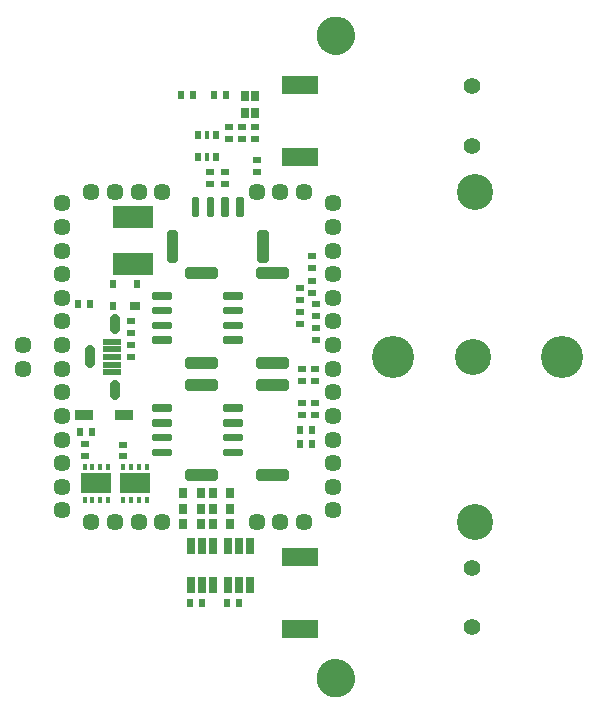
<source format=gbr>
G04 EAGLE Gerber RS-274X export*
G75*
%MOMM*%
%FSLAX34Y34*%
%LPD*%
%AMOC8*
5,1,8,0,0,1.08239X$1,22.5*%
G01*
%ADD10C,3.050800*%
%ADD11R,0.650800X0.550800*%
%ADD12C,3.566800*%
%ADD13R,2.500800X1.700800*%
%ADD14R,0.350800X0.575800*%
%ADD15C,0.546416*%
%ADD16C,0.351431*%
%ADD17R,0.685800X1.320800*%
%ADD18R,0.550800X0.650800*%
%ADD19R,0.650800X0.950800*%
%ADD20R,1.650800X0.850800*%
%ADD21R,0.700800X0.900800*%
%ADD22C,1.450800*%
%ADD23C,1.400800*%
%ADD24R,1.550800X0.500800*%
%ADD25C,0.850800*%
%ADD26R,0.950800X0.650800*%
%ADD27C,2.184400*%
%ADD28C,1.066800*%
%ADD29R,3.150800X1.650800*%
%ADD30R,3.500800X1.950800*%
%ADD31R,0.450800X0.650800*%


D10*
X118000Y140000D03*
D11*
X-67000Y166750D03*
X-67000Y156750D03*
X-28500Y-49000D03*
X-28500Y-39000D03*
X-17500Y-10000D03*
X-17500Y-20000D03*
X-17500Y-49000D03*
X-17500Y-39000D03*
X-28500Y-10000D03*
X-28500Y-20000D03*
D10*
X118000Y-140000D03*
X116000Y0D03*
D11*
X-16750Y24500D03*
X-16750Y14500D03*
X-19750Y64500D03*
X-19750Y54500D03*
X-16750Y34500D03*
X-16750Y44500D03*
X-19750Y75500D03*
X-19750Y85500D03*
D12*
X48250Y0D03*
X191500Y0D03*
D13*
X-170000Y-107000D03*
D14*
X-166750Y-121000D03*
X-173250Y-121000D03*
X-160250Y-121000D03*
X-179750Y-121000D03*
X-166750Y-93000D03*
X-173250Y-93000D03*
X-160250Y-93000D03*
X-179750Y-93000D03*
D11*
X-212750Y-84000D03*
X-212750Y-74000D03*
D15*
X-65022Y-21228D02*
X-41978Y-21228D01*
X-41978Y-26272D01*
X-65022Y-26272D01*
X-65022Y-21228D01*
X-65022Y-97728D02*
X-41978Y-97728D01*
X-41978Y-102772D01*
X-65022Y-102772D01*
X-65022Y-97728D01*
D16*
X-93997Y-44747D02*
X-93997Y-41753D01*
X-80003Y-41753D01*
X-80003Y-44747D01*
X-93997Y-44747D01*
X-93997Y-54253D02*
X-93997Y-57247D01*
X-93997Y-54253D02*
X-80003Y-54253D01*
X-80003Y-57247D01*
X-93997Y-57247D01*
X-93997Y-66753D02*
X-93997Y-69747D01*
X-93997Y-66753D02*
X-80003Y-66753D01*
X-80003Y-69747D01*
X-93997Y-69747D01*
X-93997Y-79253D02*
X-93997Y-82247D01*
X-93997Y-79253D02*
X-80003Y-79253D01*
X-80003Y-82247D01*
X-93997Y-82247D01*
D15*
X-101978Y-21228D02*
X-125022Y-21228D01*
X-101978Y-21228D02*
X-101978Y-26272D01*
X-125022Y-26272D01*
X-125022Y-21228D01*
X-125022Y-97728D02*
X-101978Y-97728D01*
X-101978Y-102772D01*
X-125022Y-102772D01*
X-125022Y-97728D01*
D16*
X-153997Y-44747D02*
X-153997Y-41753D01*
X-140003Y-41753D01*
X-140003Y-44747D01*
X-153997Y-44747D01*
X-153997Y-54253D02*
X-153997Y-57247D01*
X-153997Y-54253D02*
X-140003Y-54253D01*
X-140003Y-57247D01*
X-153997Y-57247D01*
X-153997Y-66753D02*
X-153997Y-69747D01*
X-153997Y-66753D02*
X-140003Y-66753D01*
X-140003Y-69747D01*
X-153997Y-69747D01*
X-153997Y-79253D02*
X-153997Y-82247D01*
X-153997Y-79253D02*
X-140003Y-79253D01*
X-140003Y-82247D01*
X-153997Y-82247D01*
D13*
X-203000Y-107000D03*
D14*
X-199750Y-121000D03*
X-206250Y-121000D03*
X-193250Y-121000D03*
X-212750Y-121000D03*
X-199750Y-93000D03*
X-206250Y-93000D03*
X-193250Y-93000D03*
X-212750Y-93000D03*
D11*
X-179750Y-84250D03*
X-179750Y-74250D03*
D15*
X-65022Y73772D02*
X-41978Y73772D01*
X-41978Y68728D01*
X-65022Y68728D01*
X-65022Y73772D01*
X-65022Y-2728D02*
X-41978Y-2728D01*
X-41978Y-7772D01*
X-65022Y-7772D01*
X-65022Y-2728D01*
D16*
X-93997Y50253D02*
X-93997Y53247D01*
X-80003Y53247D01*
X-80003Y50253D01*
X-93997Y50253D01*
X-93997Y40747D02*
X-93997Y37753D01*
X-93997Y40747D02*
X-80003Y40747D01*
X-80003Y37753D01*
X-93997Y37753D01*
X-93997Y28247D02*
X-93997Y25253D01*
X-93997Y28247D02*
X-80003Y28247D01*
X-80003Y25253D01*
X-93997Y25253D01*
X-93997Y15747D02*
X-93997Y12753D01*
X-93997Y15747D02*
X-80003Y15747D01*
X-80003Y12753D01*
X-93997Y12753D01*
D15*
X-101978Y73772D02*
X-125022Y73772D01*
X-101978Y73772D02*
X-101978Y68728D01*
X-125022Y68728D01*
X-125022Y73772D01*
X-125022Y-2728D02*
X-101978Y-2728D01*
X-101978Y-7772D01*
X-125022Y-7772D01*
X-125022Y-2728D01*
D16*
X-153997Y50253D02*
X-153997Y53247D01*
X-140003Y53247D01*
X-140003Y50253D01*
X-153997Y50253D01*
X-153997Y40747D02*
X-153997Y37753D01*
X-153997Y40747D02*
X-140003Y40747D01*
X-140003Y37753D01*
X-153997Y37753D01*
X-153997Y28247D02*
X-153997Y25253D01*
X-153997Y28247D02*
X-140003Y28247D01*
X-140003Y25253D01*
X-153997Y25253D01*
X-153997Y15747D02*
X-153997Y12753D01*
X-153997Y15747D02*
X-140003Y15747D01*
X-140003Y12753D01*
X-153997Y12753D01*
D17*
X-81750Y-193500D03*
X-81750Y-160500D03*
X-72250Y-193500D03*
X-72250Y-160500D03*
X-91250Y-193500D03*
X-91250Y-160500D03*
X-113500Y-193500D03*
X-113500Y-160500D03*
X-104000Y-193500D03*
X-104000Y-160500D03*
X-123000Y-193500D03*
X-123000Y-160500D03*
D18*
X-123250Y-208500D03*
X-113250Y-208500D03*
X-92000Y-208500D03*
X-82000Y-208500D03*
D19*
X-114500Y-115500D03*
X-129000Y-115500D03*
X-114500Y-128500D03*
X-129000Y-128500D03*
X-104250Y-115500D03*
X-89750Y-115500D03*
X-104250Y-128500D03*
X-89750Y-128500D03*
X-104250Y-141500D03*
X-89750Y-141500D03*
X-114500Y-141500D03*
X-129000Y-141500D03*
D20*
X-179250Y-48750D03*
X-213250Y-48750D03*
D11*
X-173000Y10000D03*
X-173000Y0D03*
X-173000Y30250D03*
X-173000Y20250D03*
D21*
X-68250Y221250D03*
X-76750Y221250D03*
X-68250Y206750D03*
X-76750Y206750D03*
D11*
X-30000Y38000D03*
X-30000Y28000D03*
D18*
X-20500Y-62000D03*
X-30500Y-62000D03*
D11*
X-68500Y194500D03*
X-68500Y184500D03*
X-90500Y194750D03*
X-90500Y184750D03*
X-79500Y194500D03*
X-79500Y184500D03*
D18*
X-30500Y-73500D03*
X-20500Y-73500D03*
D11*
X-30000Y58500D03*
X-30000Y48500D03*
D22*
X-27000Y-140000D03*
X-47000Y-140000D03*
X-67000Y-140000D03*
X-2000Y-70000D03*
X-2000Y-90000D03*
X-2000Y-110000D03*
X-2000Y-130000D03*
X-2000Y-50000D03*
X-2000Y-30000D03*
X-2000Y-10000D03*
X-2000Y10000D03*
X-2000Y30000D03*
X-2000Y50000D03*
X-2000Y70000D03*
X-2000Y90000D03*
X-2000Y110000D03*
X-2000Y130000D03*
X-27000Y140000D03*
X-47000Y140000D03*
X-67000Y140000D03*
X-147000Y140000D03*
X-167000Y140000D03*
X-187000Y140000D03*
X-207000Y140000D03*
X-232000Y130000D03*
X-232000Y110000D03*
X-232000Y90000D03*
X-232000Y70000D03*
X-232000Y50000D03*
X-232000Y30000D03*
X-232000Y10000D03*
X-232000Y-10000D03*
X-232000Y-30000D03*
X-232000Y-50000D03*
X-232000Y-70000D03*
X-232000Y-90000D03*
X-232000Y-110000D03*
X-232000Y-130000D03*
X-207000Y-140000D03*
X-187000Y-140000D03*
X-167000Y-140000D03*
X-147000Y-140000D03*
D23*
X115000Y179000D03*
X115000Y229000D03*
X115000Y-179000D03*
X115000Y-229000D03*
D24*
X-189500Y0D03*
X-189500Y-6500D03*
X-189500Y-13000D03*
X-189500Y6500D03*
X-189500Y13000D03*
D25*
X-187000Y-24000D02*
X-187000Y-32000D01*
X-187000Y24000D02*
X-187000Y32000D01*
X-208500Y5500D02*
X-208500Y-5500D01*
D18*
X-168250Y62000D03*
D26*
X-170250Y43000D03*
D18*
X-188250Y43000D03*
X-188250Y62000D03*
D27*
X-5000Y-272000D02*
X-4998Y-271859D01*
X-4992Y-271718D01*
X-4982Y-271578D01*
X-4968Y-271438D01*
X-4950Y-271298D01*
X-4929Y-271159D01*
X-4903Y-271020D01*
X-4874Y-270882D01*
X-4840Y-270746D01*
X-4803Y-270610D01*
X-4762Y-270475D01*
X-4717Y-270341D01*
X-4668Y-270209D01*
X-4616Y-270078D01*
X-4560Y-269949D01*
X-4500Y-269822D01*
X-4437Y-269696D01*
X-4371Y-269572D01*
X-4300Y-269449D01*
X-4227Y-269329D01*
X-4150Y-269211D01*
X-4070Y-269095D01*
X-3986Y-268982D01*
X-3900Y-268871D01*
X-3810Y-268762D01*
X-3717Y-268656D01*
X-3622Y-268553D01*
X-3523Y-268452D01*
X-3422Y-268354D01*
X-3318Y-268259D01*
X-3211Y-268167D01*
X-3102Y-268078D01*
X-2990Y-267993D01*
X-2876Y-267910D01*
X-2760Y-267830D01*
X-2641Y-267754D01*
X-2520Y-267682D01*
X-2398Y-267612D01*
X-2273Y-267547D01*
X-2147Y-267484D01*
X-2019Y-267426D01*
X-1889Y-267371D01*
X-1758Y-267319D01*
X-1625Y-267272D01*
X-1491Y-267228D01*
X-1356Y-267187D01*
X-1220Y-267151D01*
X-1083Y-267119D01*
X-945Y-267090D01*
X-807Y-267065D01*
X-667Y-267045D01*
X-527Y-267028D01*
X-387Y-267015D01*
X-246Y-267006D01*
X-106Y-267001D01*
X35Y-267000D01*
X176Y-267003D01*
X317Y-267010D01*
X457Y-267021D01*
X597Y-267036D01*
X737Y-267055D01*
X876Y-267077D01*
X1014Y-267104D01*
X1152Y-267134D01*
X1288Y-267169D01*
X1424Y-267207D01*
X1558Y-267249D01*
X1692Y-267295D01*
X1824Y-267344D01*
X1954Y-267398D01*
X2083Y-267455D01*
X2210Y-267515D01*
X2336Y-267579D01*
X2459Y-267647D01*
X2581Y-267718D01*
X2701Y-267792D01*
X2818Y-267870D01*
X2933Y-267951D01*
X3046Y-268035D01*
X3157Y-268122D01*
X3265Y-268213D01*
X3370Y-268306D01*
X3473Y-268403D01*
X3573Y-268502D01*
X3670Y-268604D01*
X3764Y-268709D01*
X3855Y-268816D01*
X3943Y-268926D01*
X4028Y-269038D01*
X4110Y-269153D01*
X4189Y-269270D01*
X4264Y-269389D01*
X4336Y-269510D01*
X4404Y-269633D01*
X4469Y-269758D01*
X4531Y-269885D01*
X4588Y-270014D01*
X4643Y-270144D01*
X4693Y-270275D01*
X4740Y-270408D01*
X4783Y-270542D01*
X4822Y-270678D01*
X4857Y-270814D01*
X4889Y-270951D01*
X4916Y-271089D01*
X4940Y-271228D01*
X4960Y-271368D01*
X4976Y-271508D01*
X4988Y-271648D01*
X4996Y-271789D01*
X5000Y-271930D01*
X5000Y-272070D01*
X4996Y-272211D01*
X4988Y-272352D01*
X4976Y-272492D01*
X4960Y-272632D01*
X4940Y-272772D01*
X4916Y-272911D01*
X4889Y-273049D01*
X4857Y-273186D01*
X4822Y-273322D01*
X4783Y-273458D01*
X4740Y-273592D01*
X4693Y-273725D01*
X4643Y-273856D01*
X4588Y-273986D01*
X4531Y-274115D01*
X4469Y-274242D01*
X4404Y-274367D01*
X4336Y-274490D01*
X4264Y-274611D01*
X4189Y-274730D01*
X4110Y-274847D01*
X4028Y-274962D01*
X3943Y-275074D01*
X3855Y-275184D01*
X3764Y-275291D01*
X3670Y-275396D01*
X3573Y-275498D01*
X3473Y-275597D01*
X3370Y-275694D01*
X3265Y-275787D01*
X3157Y-275878D01*
X3046Y-275965D01*
X2933Y-276049D01*
X2818Y-276130D01*
X2701Y-276208D01*
X2581Y-276282D01*
X2459Y-276353D01*
X2336Y-276421D01*
X2210Y-276485D01*
X2083Y-276545D01*
X1954Y-276602D01*
X1824Y-276656D01*
X1692Y-276705D01*
X1558Y-276751D01*
X1424Y-276793D01*
X1288Y-276831D01*
X1152Y-276866D01*
X1014Y-276896D01*
X876Y-276923D01*
X737Y-276945D01*
X597Y-276964D01*
X457Y-276979D01*
X317Y-276990D01*
X176Y-276997D01*
X35Y-277000D01*
X-106Y-276999D01*
X-246Y-276994D01*
X-387Y-276985D01*
X-527Y-276972D01*
X-667Y-276955D01*
X-807Y-276935D01*
X-945Y-276910D01*
X-1083Y-276881D01*
X-1220Y-276849D01*
X-1356Y-276813D01*
X-1491Y-276772D01*
X-1625Y-276728D01*
X-1758Y-276681D01*
X-1889Y-276629D01*
X-2019Y-276574D01*
X-2147Y-276516D01*
X-2273Y-276453D01*
X-2398Y-276388D01*
X-2520Y-276318D01*
X-2641Y-276246D01*
X-2760Y-276170D01*
X-2876Y-276090D01*
X-2990Y-276007D01*
X-3102Y-275922D01*
X-3211Y-275833D01*
X-3318Y-275741D01*
X-3422Y-275646D01*
X-3523Y-275548D01*
X-3622Y-275447D01*
X-3717Y-275344D01*
X-3810Y-275238D01*
X-3900Y-275129D01*
X-3986Y-275018D01*
X-4070Y-274905D01*
X-4150Y-274789D01*
X-4227Y-274671D01*
X-4300Y-274551D01*
X-4371Y-274428D01*
X-4437Y-274304D01*
X-4500Y-274178D01*
X-4560Y-274051D01*
X-4616Y-273922D01*
X-4668Y-273791D01*
X-4717Y-273659D01*
X-4762Y-273525D01*
X-4803Y-273390D01*
X-4840Y-273254D01*
X-4874Y-273118D01*
X-4903Y-272980D01*
X-4929Y-272841D01*
X-4950Y-272702D01*
X-4968Y-272562D01*
X-4982Y-272422D01*
X-4992Y-272282D01*
X-4998Y-272141D01*
X-5000Y-272000D01*
D28*
X0Y-272000D03*
D27*
X-5000Y272000D02*
X-4998Y272141D01*
X-4992Y272282D01*
X-4982Y272422D01*
X-4968Y272562D01*
X-4950Y272702D01*
X-4929Y272841D01*
X-4903Y272980D01*
X-4874Y273118D01*
X-4840Y273254D01*
X-4803Y273390D01*
X-4762Y273525D01*
X-4717Y273659D01*
X-4668Y273791D01*
X-4616Y273922D01*
X-4560Y274051D01*
X-4500Y274178D01*
X-4437Y274304D01*
X-4371Y274428D01*
X-4300Y274551D01*
X-4227Y274671D01*
X-4150Y274789D01*
X-4070Y274905D01*
X-3986Y275018D01*
X-3900Y275129D01*
X-3810Y275238D01*
X-3717Y275344D01*
X-3622Y275447D01*
X-3523Y275548D01*
X-3422Y275646D01*
X-3318Y275741D01*
X-3211Y275833D01*
X-3102Y275922D01*
X-2990Y276007D01*
X-2876Y276090D01*
X-2760Y276170D01*
X-2641Y276246D01*
X-2520Y276318D01*
X-2398Y276388D01*
X-2273Y276453D01*
X-2147Y276516D01*
X-2019Y276574D01*
X-1889Y276629D01*
X-1758Y276681D01*
X-1625Y276728D01*
X-1491Y276772D01*
X-1356Y276813D01*
X-1220Y276849D01*
X-1083Y276881D01*
X-945Y276910D01*
X-807Y276935D01*
X-667Y276955D01*
X-527Y276972D01*
X-387Y276985D01*
X-246Y276994D01*
X-106Y276999D01*
X35Y277000D01*
X176Y276997D01*
X317Y276990D01*
X457Y276979D01*
X597Y276964D01*
X737Y276945D01*
X876Y276923D01*
X1014Y276896D01*
X1152Y276866D01*
X1288Y276831D01*
X1424Y276793D01*
X1558Y276751D01*
X1692Y276705D01*
X1824Y276656D01*
X1954Y276602D01*
X2083Y276545D01*
X2210Y276485D01*
X2336Y276421D01*
X2459Y276353D01*
X2581Y276282D01*
X2701Y276208D01*
X2818Y276130D01*
X2933Y276049D01*
X3046Y275965D01*
X3157Y275878D01*
X3265Y275787D01*
X3370Y275694D01*
X3473Y275597D01*
X3573Y275498D01*
X3670Y275396D01*
X3764Y275291D01*
X3855Y275184D01*
X3943Y275074D01*
X4028Y274962D01*
X4110Y274847D01*
X4189Y274730D01*
X4264Y274611D01*
X4336Y274490D01*
X4404Y274367D01*
X4469Y274242D01*
X4531Y274115D01*
X4588Y273986D01*
X4643Y273856D01*
X4693Y273725D01*
X4740Y273592D01*
X4783Y273458D01*
X4822Y273322D01*
X4857Y273186D01*
X4889Y273049D01*
X4916Y272911D01*
X4940Y272772D01*
X4960Y272632D01*
X4976Y272492D01*
X4988Y272352D01*
X4996Y272211D01*
X5000Y272070D01*
X5000Y271930D01*
X4996Y271789D01*
X4988Y271648D01*
X4976Y271508D01*
X4960Y271368D01*
X4940Y271228D01*
X4916Y271089D01*
X4889Y270951D01*
X4857Y270814D01*
X4822Y270678D01*
X4783Y270542D01*
X4740Y270408D01*
X4693Y270275D01*
X4643Y270144D01*
X4588Y270014D01*
X4531Y269885D01*
X4469Y269758D01*
X4404Y269633D01*
X4336Y269510D01*
X4264Y269389D01*
X4189Y269270D01*
X4110Y269153D01*
X4028Y269038D01*
X3943Y268926D01*
X3855Y268816D01*
X3764Y268709D01*
X3670Y268604D01*
X3573Y268502D01*
X3473Y268403D01*
X3370Y268306D01*
X3265Y268213D01*
X3157Y268122D01*
X3046Y268035D01*
X2933Y267951D01*
X2818Y267870D01*
X2701Y267792D01*
X2581Y267718D01*
X2459Y267647D01*
X2336Y267579D01*
X2210Y267515D01*
X2083Y267455D01*
X1954Y267398D01*
X1824Y267344D01*
X1692Y267295D01*
X1558Y267249D01*
X1424Y267207D01*
X1288Y267169D01*
X1152Y267134D01*
X1014Y267104D01*
X876Y267077D01*
X737Y267055D01*
X597Y267036D01*
X457Y267021D01*
X317Y267010D01*
X176Y267003D01*
X35Y267000D01*
X-106Y267001D01*
X-246Y267006D01*
X-387Y267015D01*
X-527Y267028D01*
X-667Y267045D01*
X-807Y267065D01*
X-945Y267090D01*
X-1083Y267119D01*
X-1220Y267151D01*
X-1356Y267187D01*
X-1491Y267228D01*
X-1625Y267272D01*
X-1758Y267319D01*
X-1889Y267371D01*
X-2019Y267426D01*
X-2147Y267484D01*
X-2273Y267547D01*
X-2398Y267612D01*
X-2520Y267682D01*
X-2641Y267754D01*
X-2760Y267830D01*
X-2876Y267910D01*
X-2990Y267993D01*
X-3102Y268078D01*
X-3211Y268167D01*
X-3318Y268259D01*
X-3422Y268354D01*
X-3523Y268452D01*
X-3622Y268553D01*
X-3717Y268656D01*
X-3810Y268762D01*
X-3900Y268871D01*
X-3986Y268982D01*
X-4070Y269095D01*
X-4150Y269211D01*
X-4227Y269329D01*
X-4300Y269449D01*
X-4371Y269572D01*
X-4437Y269696D01*
X-4500Y269822D01*
X-4560Y269949D01*
X-4616Y270078D01*
X-4668Y270209D01*
X-4717Y270341D01*
X-4762Y270475D01*
X-4803Y270610D01*
X-4840Y270746D01*
X-4874Y270882D01*
X-4903Y271020D01*
X-4929Y271159D01*
X-4950Y271298D01*
X-4968Y271438D01*
X-4982Y271578D01*
X-4992Y271718D01*
X-4998Y271859D01*
X-5000Y272000D01*
D28*
X0Y272000D03*
D29*
X-30000Y-230500D03*
X-30000Y-169500D03*
X-30000Y230500D03*
X-30000Y169500D03*
D18*
X-216250Y-63500D03*
X-206250Y-63500D03*
D30*
X-172000Y118500D03*
X-172000Y78500D03*
D11*
X-106250Y156500D03*
X-106250Y146500D03*
D15*
X-59228Y105022D02*
X-59228Y81978D01*
X-64272Y81978D01*
X-64272Y105022D01*
X-59228Y105022D01*
X-59228Y87169D02*
X-64272Y87169D01*
X-64272Y92360D02*
X-59228Y92360D01*
X-59228Y97551D02*
X-64272Y97551D01*
X-64272Y102742D02*
X-59228Y102742D01*
X-135728Y105022D02*
X-135728Y81978D01*
X-140772Y81978D01*
X-140772Y105022D01*
X-135728Y105022D01*
X-135728Y87169D02*
X-140772Y87169D01*
X-140772Y92360D02*
X-135728Y92360D01*
X-135728Y97551D02*
X-140772Y97551D01*
X-140772Y102742D02*
X-135728Y102742D01*
D16*
X-82747Y133997D02*
X-79753Y133997D01*
X-79753Y120003D01*
X-82747Y120003D01*
X-82747Y133997D01*
X-82747Y123341D02*
X-79753Y123341D01*
X-79753Y126679D02*
X-82747Y126679D01*
X-82747Y130017D02*
X-79753Y130017D01*
X-79753Y133355D02*
X-82747Y133355D01*
X-92253Y133997D02*
X-95247Y133997D01*
X-92253Y133997D02*
X-92253Y120003D01*
X-95247Y120003D01*
X-95247Y133997D01*
X-95247Y123341D02*
X-92253Y123341D01*
X-92253Y126679D02*
X-95247Y126679D01*
X-95247Y130017D02*
X-92253Y130017D01*
X-92253Y133355D02*
X-95247Y133355D01*
X-104753Y133997D02*
X-107747Y133997D01*
X-104753Y133997D02*
X-104753Y120003D01*
X-107747Y120003D01*
X-107747Y133997D01*
X-107747Y123341D02*
X-104753Y123341D01*
X-104753Y126679D02*
X-107747Y126679D01*
X-107747Y130017D02*
X-104753Y130017D01*
X-104753Y133355D02*
X-107747Y133355D01*
X-117253Y133997D02*
X-120247Y133997D01*
X-117253Y133997D02*
X-117253Y120003D01*
X-120247Y120003D01*
X-120247Y133997D01*
X-120247Y123341D02*
X-117253Y123341D01*
X-117253Y126679D02*
X-120247Y126679D01*
X-120247Y130017D02*
X-117253Y130017D01*
X-117253Y133355D02*
X-120247Y133355D01*
D11*
X-93500Y156500D03*
X-93500Y146500D03*
D31*
X-109000Y188250D03*
X-109000Y169250D03*
D18*
X-116500Y188250D03*
X-101500Y188250D03*
X-101500Y169250D03*
X-116500Y169250D03*
X-131000Y222000D03*
X-121000Y222000D03*
X-93000Y222000D03*
X-103000Y222000D03*
D22*
X-265000Y-10000D03*
X-265000Y10000D03*
D18*
X-218500Y45000D03*
X-208500Y45000D03*
M02*

</source>
